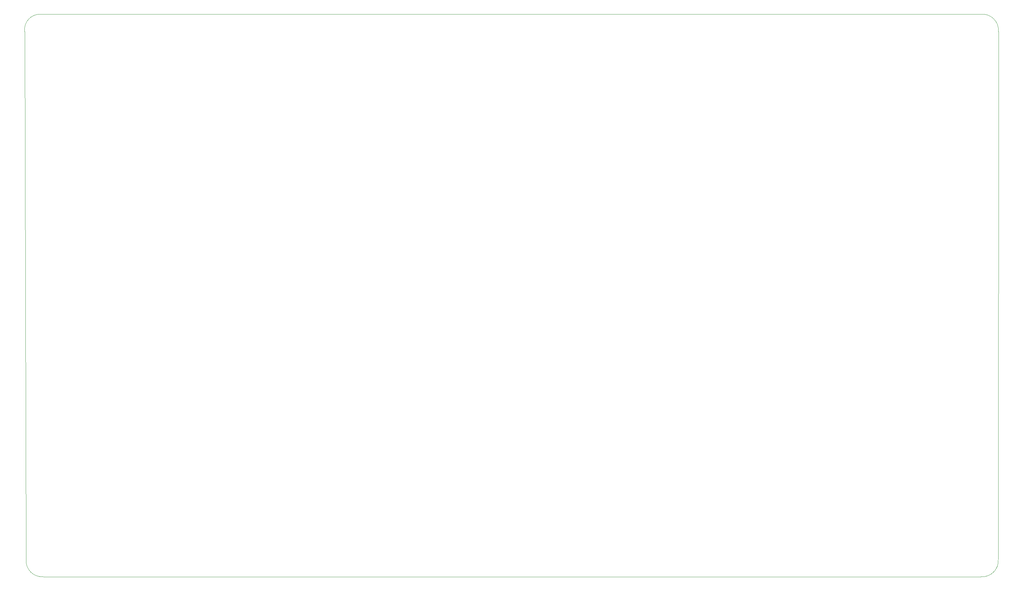
<source format=gm1>
G04 #@! TF.GenerationSoftware,KiCad,Pcbnew,(6.0.6)*
G04 #@! TF.CreationDate,2023-04-22T01:10:45-05:00*
G04 #@! TF.ProjectId,2023 Powerboard,32303233-2050-46f7-9765-72626f617264,rev?*
G04 #@! TF.SameCoordinates,Original*
G04 #@! TF.FileFunction,Profile,NP*
%FSLAX46Y46*%
G04 Gerber Fmt 4.6, Leading zero omitted, Abs format (unit mm)*
G04 Created by KiCad (PCBNEW (6.0.6)) date 2023-04-22 01:10:45*
%MOMM*%
%LPD*%
G01*
G04 APERTURE LIST*
G04 #@! TA.AperFunction,Profile*
%ADD10C,0.100000*%
G04 #@! TD*
G04 APERTURE END LIST*
D10*
X20531182Y-30734000D02*
G75*
G03*
X16170227Y-35306000I-297572J-4081990D01*
G01*
X267927045Y-178773045D02*
X21124955Y-178773045D01*
X272542000Y-35306000D02*
X272499045Y-174201045D01*
X272542000Y-35306000D02*
G75*
G03*
X267970000Y-30734000I-4224000J348000D01*
G01*
X16552955Y-174201045D02*
G75*
G03*
X21124955Y-178773045I4224005J-347995D01*
G01*
X16552955Y-174201045D02*
X16170227Y-35306000D01*
X267927045Y-178773045D02*
G75*
G03*
X272499045Y-174201045I347955J4224045D01*
G01*
X20531182Y-30734000D02*
X267970000Y-30734000D01*
M02*

</source>
